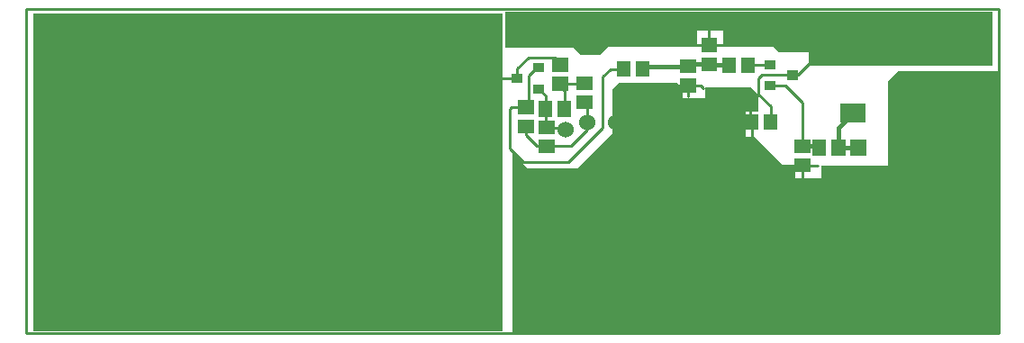
<source format=gbr>
G04 start of page 2 for group 0 idx 0 *
G04 Title: (unknown), top *
G04 Creator: pcb 1.99z *
G04 CreationDate: Tue 21 Jul 2015 11:18:01 AM GMT UTC *
G04 For: david *
G04 Format: Gerber/RS-274X *
G04 PCB-Dimensions (mil): 3600.00 1200.00 *
G04 PCB-Coordinate-Origin: lower left *
%MOIN*%
%FSLAX25Y25*%
%LNTOP*%
%ADD21C,0.0810*%
%ADD20C,0.0350*%
%ADD19C,0.0300*%
%ADD18R,0.0709X0.0709*%
%ADD17R,0.0340X0.0340*%
%ADD16R,0.0512X0.0512*%
%ADD15C,0.1000*%
%ADD14C,0.0600*%
%ADD13C,0.0150*%
%ADD12C,0.0001*%
%ADD11C,0.0100*%
G54D11*X360000Y119984D02*X16D01*
X0Y120000D01*
Y6D01*
X360000D01*
Y119984D01*
G54D12*G36*
X180300Y64906D02*Y66706D01*
X185700Y61306D01*
X204300D01*
X217200Y74206D01*
Y90506D01*
X219500Y92806D01*
X241300D01*
X243200Y90906D01*
Y87206D01*
X251600D01*
Y91106D01*
X268500D01*
X271000Y88606D01*
Y82106D01*
X266400D01*
Y72806D01*
X269600D01*
X280000Y62406D01*
X284900D01*
Y57506D01*
X294400D01*
Y62006D01*
X319000D01*
Y93606D01*
X322700Y97306D01*
X360000D01*
Y6D01*
X180300D01*
Y64906D01*
G37*
G36*
X357700Y99306D02*X289690D01*
Y104006D01*
X278800D01*
X276800Y106006D01*
X258200D01*
Y112306D01*
X248400D01*
Y106106D01*
X215700D01*
X212600Y103006D01*
X205500D01*
X202700Y105806D01*
X177600D01*
Y119106D01*
X357700D01*
Y99306D01*
G37*
G36*
X2800Y118606D02*X176400D01*
Y906D01*
X2800D01*
Y118606D01*
G37*
G54D11*X186024Y95394D02*Y83583D01*
X185039Y76693D02*Y73346D01*
X188976Y69409D01*
X192717D01*
X192913Y69213D01*
X192323Y83189D02*Y88184D01*
X199409Y83189D02*Y89882D01*
X192323Y82795D02*Y76889D01*
X192913Y76299D01*
X198819D01*
X199803Y75315D01*
X179134Y83189D02*Y68425D01*
X184055Y63504D01*
X200787D01*
X191929Y69409D02*X201772D01*
X200787Y63504D02*X213583Y76299D01*
X201772Y69409D02*X207677Y75315D01*
Y84567D01*
X206693Y85551D01*
X213583Y76299D02*Y95000D01*
X216535Y97952D01*
X221260D01*
X181761Y98020D02*X186024Y102283D01*
X195866D01*
X189961Y98346D02*X188976D01*
X186024Y95394D01*
X181761Y94446D02*X176137D01*
X176100Y94409D01*
X181761Y94446D02*Y98020D01*
X185039Y83779D02*X179724D01*
X179134Y83189D01*
X195866Y102283D02*X197835Y100315D01*
X192323Y88184D02*X189961Y90546D01*
X197835Y92441D02*X206497D01*
X206693Y92637D01*
X199409Y89882D02*X196850Y92441D01*
X268701Y72362D02*Y77875D01*
X268505Y78071D01*
Y78267D02*X262639D01*
X262300Y78606D01*
X268185Y78391D02*Y83691D01*
X268200Y83706D01*
X275700Y84006D02*Y78376D01*
X275591Y78267D01*
G54D13*X300787Y68819D02*Y76299D01*
X306102Y81614D01*
X300787Y68819D02*X308071D01*
X287402Y69409D02*X293111D01*
X293701Y68819D01*
G54D11*X287402Y62323D02*Y56808D01*
X287300Y56706D01*
X287402Y62304D02*X293202D01*
X293300Y62206D01*
X287402Y62006D02*X282000D01*
X281700Y62306D01*
X287402Y69409D02*Y85504D01*
X281100Y91806D01*
G54D13*X260237Y99331D02*X253347D01*
G54D11*X252953Y106811D02*Y114159D01*
X253000Y114206D01*
X252953Y106806D02*X259700D01*
X260100Y107206D01*
G54D13*X253347Y99331D02*X252953Y99725D01*
X245867D01*
G54D11*X252953Y106953D02*X245953D01*
X245800Y107106D01*
G54D13*X245079Y98937D02*X229331D01*
X228346Y97952D01*
G54D11*X245167Y91939D02*Y87873D01*
X245017Y91789D02*X239383D01*
X239200Y91606D01*
X245167Y87873D02*X245100Y87806D01*
G54D13*X245867Y99725D02*X245079Y98937D01*
X245275Y92047D02*X245079Y91851D01*
G54D11*X246063Y92047D02*X245669Y92441D01*
X245079Y91851D02*X249755D01*
X250700Y90906D01*
X284449Y106355D02*X284500Y106406D01*
X267323Y99331D02*X275223D01*
X275449Y99557D01*
X285751Y95657D02*X290600Y100506D01*
X281100Y91806D02*X275498D01*
X275449Y91757D01*
X285751Y95657D02*X272351D01*
X271300Y94606D01*
Y88406D01*
X275700Y84006D01*
G54D12*G36*
X305071Y71819D02*Y65819D01*
X311071D01*
Y71819D01*
X305071D01*
G37*
G54D14*X308071Y58819D03*
G54D15*X328071Y48819D03*
Y88819D03*
G54D16*X287009Y62323D02*X287795D01*
X287009Y69409D02*X287795D01*
X268505Y78660D02*Y77874D01*
X275591Y78660D02*Y77874D01*
G54D17*X275149Y99557D02*X275749D01*
X275149Y91757D02*X275749D01*
X283349Y95657D02*X283949D01*
G54D16*X293701Y69212D02*Y68426D01*
X300787Y69212D02*Y68426D01*
G54D18*X304921Y81614D02*X307283D01*
X304921Y105236D02*X307283D01*
G54D16*X260237Y99724D02*Y98938D01*
X267323Y99724D02*Y98938D01*
X244686Y91851D02*X245472D01*
X244686Y98937D02*X245472D01*
X252560Y99725D02*X253346D01*
X252560Y106811D02*X253346D01*
X221260Y98345D02*Y97559D01*
X228346Y98345D02*Y97559D01*
X184646Y76693D02*X185432D01*
X184646Y83779D02*X185432D01*
X206300Y85551D02*X207086D01*
X206300Y92637D02*X207086D01*
X197442Y92441D02*X198228D01*
X197442Y99527D02*X198228D01*
X199409Y83582D02*Y82796D01*
X192520Y69213D02*X193306D01*
X192520Y76299D02*X193306D01*
X192323Y83582D02*Y82796D01*
G54D17*X189661Y90546D02*X190261D01*
X181461Y94446D02*X182061D01*
X189661Y98346D02*X190261D01*
G54D14*X199803Y75315D03*
X208661Y108779D03*
X207677Y78267D03*
X218504D03*
G54D19*G54D20*G54D21*M02*

</source>
